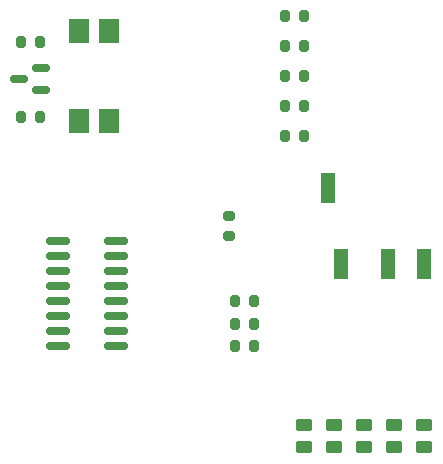
<source format=gtp>
G04 #@! TF.GenerationSoftware,KiCad,Pcbnew,(6.0.0-0)*
G04 #@! TF.CreationDate,2022-10-12T14:44:47+02:00*
G04 #@! TF.ProjectId,prototype-2,70726f74-6f74-4797-9065-2d322e6b6963,rev?*
G04 #@! TF.SameCoordinates,Original*
G04 #@! TF.FileFunction,Paste,Top*
G04 #@! TF.FilePolarity,Positive*
%FSLAX46Y46*%
G04 Gerber Fmt 4.6, Leading zero omitted, Abs format (unit mm)*
G04 Created by KiCad (PCBNEW (6.0.0-0)) date 2022-10-12 14:44:47*
%MOMM*%
%LPD*%
G01*
G04 APERTURE LIST*
G04 Aperture macros list*
%AMRoundRect*
0 Rectangle with rounded corners*
0 $1 Rounding radius*
0 $2 $3 $4 $5 $6 $7 $8 $9 X,Y pos of 4 corners*
0 Add a 4 corners polygon primitive as box body*
4,1,4,$2,$3,$4,$5,$6,$7,$8,$9,$2,$3,0*
0 Add four circle primitives for the rounded corners*
1,1,$1+$1,$2,$3*
1,1,$1+$1,$4,$5*
1,1,$1+$1,$6,$7*
1,1,$1+$1,$8,$9*
0 Add four rect primitives between the rounded corners*
20,1,$1+$1,$2,$3,$4,$5,0*
20,1,$1+$1,$4,$5,$6,$7,0*
20,1,$1+$1,$6,$7,$8,$9,0*
20,1,$1+$1,$8,$9,$2,$3,0*%
G04 Aperture macros list end*
%ADD10RoundRect,0.250000X0.450000X-0.262500X0.450000X0.262500X-0.450000X0.262500X-0.450000X-0.262500X0*%
%ADD11R,1.780000X2.000000*%
%ADD12RoundRect,0.200000X0.200000X0.275000X-0.200000X0.275000X-0.200000X-0.275000X0.200000X-0.275000X0*%
%ADD13R,1.200000X2.500000*%
%ADD14RoundRect,0.200000X0.275000X-0.200000X0.275000X0.200000X-0.275000X0.200000X-0.275000X-0.200000X0*%
%ADD15RoundRect,0.200000X-0.200000X-0.275000X0.200000X-0.275000X0.200000X0.275000X-0.200000X0.275000X0*%
%ADD16RoundRect,0.150000X0.587500X0.150000X-0.587500X0.150000X-0.587500X-0.150000X0.587500X-0.150000X0*%
%ADD17RoundRect,0.150000X-0.825000X-0.150000X0.825000X-0.150000X0.825000X0.150000X-0.825000X0.150000X0*%
G04 APERTURE END LIST*
D10*
X189865000Y-91082500D03*
X189865000Y-89257500D03*
X187325000Y-91082500D03*
X187325000Y-89257500D03*
D11*
X163195000Y-55880000D03*
X160655000Y-55880000D03*
X160655000Y-63500000D03*
X163195000Y-63500000D03*
D12*
X179705000Y-59690000D03*
X178055000Y-59690000D03*
X179705000Y-62230000D03*
X178055000Y-62230000D03*
X175450000Y-78740000D03*
X173800000Y-78740000D03*
D13*
X186805000Y-75640000D03*
X189805000Y-75640000D03*
X181705000Y-69140000D03*
X182805000Y-75640000D03*
D14*
X173355000Y-73215000D03*
X173355000Y-71565000D03*
D15*
X155687500Y-56776250D03*
X157337500Y-56776250D03*
D12*
X179705000Y-64770000D03*
X178055000Y-64770000D03*
X179705000Y-54610000D03*
X178055000Y-54610000D03*
X157337500Y-63126250D03*
X155687500Y-63126250D03*
D10*
X179705000Y-91082500D03*
X179705000Y-89257500D03*
D16*
X157450000Y-60901250D03*
X157450000Y-59001250D03*
X155575000Y-59951250D03*
D12*
X179705000Y-57150000D03*
X178055000Y-57150000D03*
D10*
X182245000Y-91082500D03*
X182245000Y-89257500D03*
D12*
X175450000Y-82550000D03*
X173800000Y-82550000D03*
D15*
X173800000Y-80645000D03*
X175450000Y-80645000D03*
D10*
X184785000Y-91082500D03*
X184785000Y-89257500D03*
D17*
X158815000Y-73660000D03*
X158815000Y-74930000D03*
X158815000Y-76200000D03*
X158815000Y-77470000D03*
X158815000Y-78740000D03*
X158815000Y-80010000D03*
X158815000Y-81280000D03*
X158815000Y-82550000D03*
X163765000Y-82550000D03*
X163765000Y-81280000D03*
X163765000Y-80010000D03*
X163765000Y-78740000D03*
X163765000Y-77470000D03*
X163765000Y-76200000D03*
X163765000Y-74930000D03*
X163765000Y-73660000D03*
M02*

</source>
